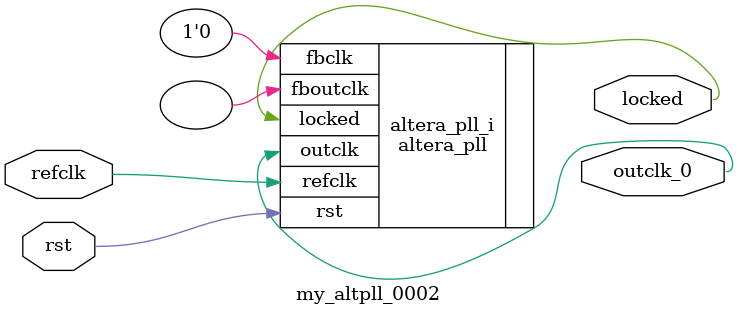
<source format=v>
`timescale 1ns/10ps
module  my_altpll_0002(

	// interface 'refclk'
	input wire refclk,

	// interface 'reset'
	input wire rst,

	// interface 'outclk0'
	output wire outclk_0,

	// interface 'locked'
	output wire locked
);

	altera_pll #(
		.fractional_vco_multiplier("false"),
		.reference_clock_frequency("100.0 MHz"),
		.operation_mode("direct"),
		.number_of_clocks(1),
		.output_clock_frequency0("2.000000 MHz"),
		.phase_shift0("0 ps"),
		.duty_cycle0(50),
		.output_clock_frequency1("0 MHz"),
		.phase_shift1("0 ps"),
		.duty_cycle1(50),
		.output_clock_frequency2("0 MHz"),
		.phase_shift2("0 ps"),
		.duty_cycle2(50),
		.output_clock_frequency3("0 MHz"),
		.phase_shift3("0 ps"),
		.duty_cycle3(50),
		.output_clock_frequency4("0 MHz"),
		.phase_shift4("0 ps"),
		.duty_cycle4(50),
		.output_clock_frequency5("0 MHz"),
		.phase_shift5("0 ps"),
		.duty_cycle5(50),
		.output_clock_frequency6("0 MHz"),
		.phase_shift6("0 ps"),
		.duty_cycle6(50),
		.output_clock_frequency7("0 MHz"),
		.phase_shift7("0 ps"),
		.duty_cycle7(50),
		.output_clock_frequency8("0 MHz"),
		.phase_shift8("0 ps"),
		.duty_cycle8(50),
		.output_clock_frequency9("0 MHz"),
		.phase_shift9("0 ps"),
		.duty_cycle9(50),
		.output_clock_frequency10("0 MHz"),
		.phase_shift10("0 ps"),
		.duty_cycle10(50),
		.output_clock_frequency11("0 MHz"),
		.phase_shift11("0 ps"),
		.duty_cycle11(50),
		.output_clock_frequency12("0 MHz"),
		.phase_shift12("0 ps"),
		.duty_cycle12(50),
		.output_clock_frequency13("0 MHz"),
		.phase_shift13("0 ps"),
		.duty_cycle13(50),
		.output_clock_frequency14("0 MHz"),
		.phase_shift14("0 ps"),
		.duty_cycle14(50),
		.output_clock_frequency15("0 MHz"),
		.phase_shift15("0 ps"),
		.duty_cycle15(50),
		.output_clock_frequency16("0 MHz"),
		.phase_shift16("0 ps"),
		.duty_cycle16(50),
		.output_clock_frequency17("0 MHz"),
		.phase_shift17("0 ps"),
		.duty_cycle17(50),
		.pll_type("General"),
		.pll_subtype("General")
	) altera_pll_i (
		.rst	(rst),
		.outclk	({outclk_0}),
		.locked	(locked),
		.fboutclk	( ),
		.fbclk	(1'b0),
		.refclk	(refclk)
	);
endmodule


</source>
